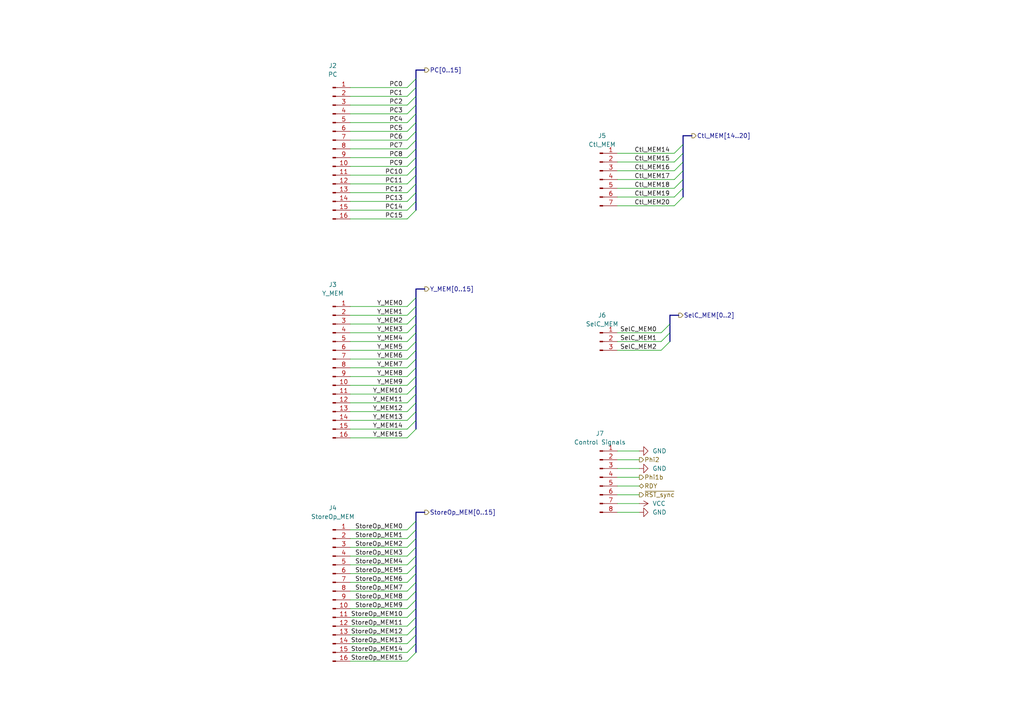
<source format=kicad_sch>
(kicad_sch (version 20211123) (generator eeschema)
  (paper "A4")
  (title_block (title "Turtle16: MEM Prototype Inputs") (date "2022-04-12") (rev "A") (comment 4 "Headers for various inputs to the prototype board"))
  (lib_symbols
    (symbol "Connector:Conn_01x03_Male" (pin_names (offset 1.016) hide)
      (property "Reference" "J" (at 0 5.08 0))
      (property "Value" "Conn_01x03_Male" (at 0 -5.08 0))
      (symbol "Conn_01x03_Male_1_1"
        (polyline (pts (xy 1.27 -2.54) (xy 0.8636 -2.54)) (stroke (width 0.1524)))
        (polyline (pts (xy 1.27 0) (xy 0.8636 0)) (stroke (width 0.1524)))
        (polyline (pts (xy 1.27 2.54) (xy 0.8636 2.54)) (stroke (width 0.1524)))
        (rectangle (start 0.8636 -2.413) (end 0 -2.667) (stroke (width 0.1524)) (fill (type outline)))
        (rectangle (start 0.8636 0.127) (end 0 -0.127) (stroke (width 0.1524)) (fill (type outline)))
        (rectangle (start 0.8636 2.667) (end 0 2.413) (stroke (width 0.1524)) (fill (type outline)))
        (pin passive line (at 5.08 2.54 180) (length 3.81) (name "Pin_1") (number "1"))
        (pin passive line (at 5.08 0 180) (length 3.81) (name "Pin_2") (number "2"))
        (pin passive line (at 5.08 -2.54 180) (length 3.81) (name "Pin_3") (number "3"))
      )
    )
    (symbol "Connector:Conn_01x07_Male" (pin_names (offset 1.016) hide)
      (property "Reference" "J" (at 0 10.16 0))
      (property "Value" "Conn_01x07_Male" (at 0 -10.16 0))
      (symbol "Conn_01x07_Male_1_1"
        (polyline (pts (xy 1.27 -7.62) (xy 0.8636 -7.62)) (stroke (width 0.1524)))
        (polyline (pts (xy 1.27 -5.08) (xy 0.8636 -5.08)) (stroke (width 0.1524)))
        (polyline (pts (xy 1.27 -2.54) (xy 0.8636 -2.54)) (stroke (width 0.1524)))
        (polyline (pts (xy 1.27 0) (xy 0.8636 0)) (stroke (width 0.1524)))
        (polyline (pts (xy 1.27 2.54) (xy 0.8636 2.54)) (stroke (width 0.1524)))
        (polyline (pts (xy 1.27 5.08) (xy 0.8636 5.08)) (stroke (width 0.1524)))
        (polyline (pts (xy 1.27 7.62) (xy 0.8636 7.62)) (stroke (width 0.1524)))
        (rectangle (start 0.8636 -7.493) (end 0 -7.747) (stroke (width 0.1524)) (fill (type outline)))
        (rectangle (start 0.8636 -4.953) (end 0 -5.207) (stroke (width 0.1524)) (fill (type outline)))
        (rectangle (start 0.8636 -2.413) (end 0 -2.667) (stroke (width 0.1524)) (fill (type outline)))
        (rectangle (start 0.8636 0.127) (end 0 -0.127) (stroke (width 0.1524)) (fill (type outline)))
        (rectangle (start 0.8636 2.667) (end 0 2.413) (stroke (width 0.1524)) (fill (type outline)))
        (rectangle (start 0.8636 5.207) (end 0 4.953) (stroke (width 0.1524)) (fill (type outline)))
        (rectangle (start 0.8636 7.747) (end 0 7.493) (stroke (width 0.1524)) (fill (type outline)))
        (pin passive line (at 5.08 7.62 180) (length 3.81) (name "Pin_1") (number "1"))
        (pin passive line (at 5.08 5.08 180) (length 3.81) (name "Pin_2") (number "2"))
        (pin passive line (at 5.08 2.54 180) (length 3.81) (name "Pin_3") (number "3"))
        (pin passive line (at 5.08 0 180) (length 3.81) (name "Pin_4") (number "4"))
        (pin passive line (at 5.08 -2.54 180) (length 3.81) (name "Pin_5") (number "5"))
        (pin passive line (at 5.08 -5.08 180) (length 3.81) (name "Pin_6") (number "6"))
        (pin passive line (at 5.08 -7.62 180) (length 3.81) (name "Pin_7") (number "7"))
      )
    )
    (symbol "Connector:Conn_01x08_Male" (pin_names (offset 1.016) hide)
      (property "Reference" "J" (at 0 10.16 0))
      (property "Value" "Conn_01x08_Male" (at 0 -12.7 0))
      (symbol "Conn_01x08_Male_1_1"
        (polyline (pts (xy 1.27 -10.16) (xy 0.8636 -10.16)) (stroke (width 0.1524)))
        (polyline (pts (xy 1.27 -7.62) (xy 0.8636 -7.62)) (stroke (width 0.1524)))
        (polyline (pts (xy 1.27 -5.08) (xy 0.8636 -5.08)) (stroke (width 0.1524)))
        (polyline (pts (xy 1.27 -2.54) (xy 0.8636 -2.54)) (stroke (width 0.1524)))
        (polyline (pts (xy 1.27 0) (xy 0.8636 0)) (stroke (width 0.1524)))
        (polyline (pts (xy 1.27 2.54) (xy 0.8636 2.54)) (stroke (width 0.1524)))
        (polyline (pts (xy 1.27 5.08) (xy 0.8636 5.08)) (stroke (width 0.1524)))
        (polyline (pts (xy 1.27 7.62) (xy 0.8636 7.62)) (stroke (width 0.1524)))
        (rectangle (start 0.8636 -10.033) (end 0 -10.287) (stroke (width 0.1524)) (fill (type outline)))
        (rectangle (start 0.8636 -7.493) (end 0 -7.747) (stroke (width 0.1524)) (fill (type outline)))
        (rectangle (start 0.8636 -4.953) (end 0 -5.207) (stroke (width 0.1524)) (fill (type outline)))
        (rectangle (start 0.8636 -2.413) (end 0 -2.667) (stroke (width 0.1524)) (fill (type outline)))
        (rectangle (start 0.8636 0.127) (end 0 -0.127) (stroke (width 0.1524)) (fill (type outline)))
        (rectangle (start 0.8636 2.667) (end 0 2.413) (stroke (width 0.1524)) (fill (type outline)))
        (rectangle (start 0.8636 5.207) (end 0 4.953) (stroke (width 0.1524)) (fill (type outline)))
        (rectangle (start 0.8636 7.747) (end 0 7.493) (stroke (width 0.1524)) (fill (type outline)))
        (pin passive line (at 5.08 7.62 180) (length 3.81) (name "Pin_1") (number "1"))
        (pin passive line (at 5.08 5.08 180) (length 3.81) (name "Pin_2") (number "2"))
        (pin passive line (at 5.08 2.54 180) (length 3.81) (name "Pin_3") (number "3"))
        (pin passive line (at 5.08 0 180) (length 3.81) (name "Pin_4") (number "4"))
        (pin passive line (at 5.08 -2.54 180) (length 3.81) (name "Pin_5") (number "5"))
        (pin passive line (at 5.08 -5.08 180) (length 3.81) (name "Pin_6") (number "6"))
        (pin passive line (at 5.08 -7.62 180) (length 3.81) (name "Pin_7") (number "7"))
        (pin passive line (at 5.08 -10.16 180) (length 3.81) (name "Pin_8") (number "8"))
      )
    )
    (symbol "Connector:Conn_01x16_Male" (pin_names (offset 1.016) hide)
      (property "Reference" "J" (at 0 20.32 0))
      (property "Value" "Conn_01x16_Male" (at 0 -22.86 0))
      (symbol "Conn_01x16_Male_1_1"
        (polyline (pts (xy 1.27 -20.32) (xy 0.8636 -20.32)) (stroke (width 0.1524)))
        (polyline (pts (xy 1.27 -17.78) (xy 0.8636 -17.78)) (stroke (width 0.1524)))
        (polyline (pts (xy 1.27 -15.24) (xy 0.8636 -15.24)) (stroke (width 0.1524)))
        (polyline (pts (xy 1.27 -12.7) (xy 0.8636 -12.7)) (stroke (width 0.1524)))
        (polyline (pts (xy 1.27 -10.16) (xy 0.8636 -10.16)) (stroke (width 0.1524)))
        (polyline (pts (xy 1.27 -7.62) (xy 0.8636 -7.62)) (stroke (width 0.1524)))
        (polyline (pts (xy 1.27 -5.08) (xy 0.8636 -5.08)) (stroke (width 0.1524)))
        (polyline (pts (xy 1.27 -2.54) (xy 0.8636 -2.54)) (stroke (width 0.1524)))
        (polyline (pts (xy 1.27 0) (xy 0.8636 0)) (stroke (width 0.1524)))
        (polyline (pts (xy 1.27 2.54) (xy 0.8636 2.54)) (stroke (width 0.1524)))
        (polyline (pts (xy 1.27 5.08) (xy 0.8636 5.08)) (stroke (width 0.1524)))
        (polyline (pts (xy 1.27 7.62) (xy 0.8636 7.62)) (stroke (width 0.1524)))
        (polyline (pts (xy 1.27 10.16) (xy 0.8636 10.16)) (stroke (width 0.1524)))
        (polyline (pts (xy 1.27 12.7) (xy 0.8636 12.7)) (stroke (width 0.1524)))
        (polyline (pts (xy 1.27 15.24) (xy 0.8636 15.24)) (stroke (width 0.1524)))
        (polyline (pts (xy 1.27 17.78) (xy 0.8636 17.78)) (stroke (width 0.1524)))
        (rectangle (start 0.8636 -20.193) (end 0 -20.447) (stroke (width 0.1524)) (fill (type outline)))
        (rectangle (start 0.8636 -17.653) (end 0 -17.907) (stroke (width 0.1524)) (fill (type outline)))
        (rectangle (start 0.8636 -15.113) (end 0 -15.367) (stroke (width 0.1524)) (fill (type outline)))
        (rectangle (start 0.8636 -12.573) (end 0 -12.827) (stroke (width 0.1524)) (fill (type outline)))
        (rectangle (start 0.8636 -10.033) (end 0 -10.287) (stroke (width 0.1524)) (fill (type outline)))
        (rectangle (start 0.8636 -7.493) (end 0 -7.747) (stroke (width 0.1524)) (fill (type outline)))
        (rectangle (start 0.8636 -4.953) (end 0 -5.207) (stroke (width 0.1524)) (fill (type outline)))
        (rectangle (start 0.8636 -2.413) (end 0 -2.667) (stroke (width 0.1524)) (fill (type outline)))
        (rectangle (start 0.8636 0.127) (end 0 -0.127) (stroke (width 0.1524)) (fill (type outline)))
        (rectangle (start 0.8636 2.667) (end 0 2.413) (stroke (width 0.1524)) (fill (type outline)))
        (rectangle (start 0.8636 5.207) (end 0 4.953) (stroke (width 0.1524)) (fill (type outline)))
        (rectangle (start 0.8636 7.747) (end 0 7.493) (stroke (width 0.1524)) (fill (type outline)))
        (rectangle (start 0.8636 10.287) (end 0 10.033) (stroke (width 0.1524)) (fill (type outline)))
        (rectangle (start 0.8636 12.827) (end 0 12.573) (stroke (width 0.1524)) (fill (type outline)))
        (rectangle (start 0.8636 15.367) (end 0 15.113) (stroke (width 0.1524)) (fill (type outline)))
        (rectangle (start 0.8636 17.907) (end 0 17.653) (stroke (width 0.1524)) (fill (type outline)))
        (pin passive line (at 5.08 17.78 180) (length 3.81) (name "Pin_1") (number "1"))
        (pin passive line (at 5.08 -5.08 180) (length 3.81) (name "Pin_10") (number "10"))
        (pin passive line (at 5.08 -7.62 180) (length 3.81) (name "Pin_11") (number "11"))
        (pin passive line (at 5.08 -10.16 180) (length 3.81) (name "Pin_12") (number "12"))
        (pin passive line (at 5.08 -12.7 180) (length 3.81) (name "Pin_13") (number "13"))
        (pin passive line (at 5.08 -15.24 180) (length 3.81) (name "Pin_14") (number "14"))
        (pin passive line (at 5.08 -17.78 180) (length 3.81) (name "Pin_15") (number "15"))
        (pin passive line (at 5.08 -20.32 180) (length 3.81) (name "Pin_16") (number "16"))
        (pin passive line (at 5.08 15.24 180) (length 3.81) (name "Pin_2") (number "2"))
        (pin passive line (at 5.08 12.7 180) (length 3.81) (name "Pin_3") (number "3"))
        (pin passive line (at 5.08 10.16 180) (length 3.81) (name "Pin_4") (number "4"))
        (pin passive line (at 5.08 7.62 180) (length 3.81) (name "Pin_5") (number "5"))
        (pin passive line (at 5.08 5.08 180) (length 3.81) (name "Pin_6") (number "6"))
        (pin passive line (at 5.08 2.54 180) (length 3.81) (name "Pin_7") (number "7"))
        (pin passive line (at 5.08 0 180) (length 3.81) (name "Pin_8") (number "8"))
        (pin passive line (at 5.08 -2.54 180) (length 3.81) (name "Pin_9") (number "9"))
      )
    )
    (symbol "power:GND" (power) (pin_names (offset 0))
      (property "Value" "GND" (at 0 -3.81 0))
      (symbol "GND_0_1"
        (polyline (pts (xy 0 0) (xy 0 -1.27) (xy 1.27 -1.27) (xy 0 -2.54) (xy -1.27 -1.27) (xy 0 -1.27)))
      )
      (symbol "GND_1_1"
        (pin power_in line (at 0 0 270) (length 0) hide (name "GND") (number "1"))
      )
    )
    (symbol "power:VCC" (power) (pin_names (offset 0))
      (property "Value" "VCC" (at 0 3.81 0))
      (symbol "VCC_0_1"
        (polyline (pts (xy -0.762 1.27) (xy 0 2.54)))
        (polyline (pts (xy 0 0) (xy 0 2.54)))
        (polyline (pts (xy 0 2.54) (xy 0.762 1.27)))
      )
      (symbol "VCC_1_1"
        (pin power_in line (at 0 0 90) (length 0) hide (name "VCC") (number "1"))
      )
    )
  )
  (bus_entry (at 120.65 38.1) (size -2.54 2.54))
  (bus_entry (at 120.65 104.14) (size -2.54 2.54))
  (bus_entry (at 120.65 22.86) (size -2.54 2.54))
  (bus_entry (at 120.65 88.9) (size -2.54 2.54))
  (bus_entry (at 120.65 114.3) (size -2.54 2.54))
  (bus_entry (at 120.65 27.94) (size -2.54 2.54))
  (bus_entry (at 120.65 106.68) (size -2.54 2.54))
  (bus_entry (at 120.65 179.07) (size -2.54 2.54))
  (bus_entry (at 198.12 46.99) (size -2.54 2.54))
  (bus_entry (at 120.65 153.67) (size -2.54 2.54))
  (bus_entry (at 120.65 55.88) (size -2.54 2.54))
  (bus_entry (at 120.65 111.76) (size -2.54 2.54))
  (bus_entry (at 120.65 176.53) (size -2.54 2.54))
  (bus_entry (at 120.65 119.38) (size -2.54 2.54))
  (bus_entry (at 120.65 25.4) (size -2.54 2.54))
  (bus_entry (at 120.65 35.56) (size -2.54 2.54))
  (bus_entry (at 120.65 173.99) (size -2.54 2.54))
  (bus_entry (at 198.12 57.15) (size -2.54 2.54))
  (bus_entry (at 120.65 91.44) (size -2.54 2.54))
  (bus_entry (at 120.65 161.29) (size -2.54 2.54))
  (bus_entry (at 120.65 86.36) (size -2.54 2.54))
  (bus_entry (at 120.65 163.83) (size -2.54 2.54))
  (bus_entry (at 120.65 156.21) (size -2.54 2.54))
  (bus_entry (at 120.65 96.52) (size -2.54 2.54))
  (bus_entry (at 198.12 52.07) (size -2.54 2.54))
  (bus_entry (at 120.65 101.6) (size -2.54 2.54))
  (bus_entry (at 120.65 166.37) (size -2.54 2.54))
  (bus_entry (at 120.65 189.23) (size -2.54 2.54))
  (bus_entry (at 120.65 50.8) (size -2.54 2.54))
  (bus_entry (at 120.65 121.92) (size -2.54 2.54))
  (bus_entry (at 194.31 93.98) (size -2.54 2.54))
  (bus_entry (at 120.65 184.15) (size -2.54 2.54))
  (bus_entry (at 120.65 53.34) (size -2.54 2.54))
  (bus_entry (at 120.65 171.45) (size -2.54 2.54))
  (bus_entry (at 120.65 60.96) (size -2.54 2.54))
  (bus_entry (at 120.65 181.61) (size -2.54 2.54))
  (bus_entry (at 194.31 96.52) (size -2.54 2.54))
  (bus_entry (at 194.31 99.06) (size -2.54 2.54))
  (bus_entry (at 120.65 124.46) (size -2.54 2.54))
  (bus_entry (at 120.65 45.72) (size -2.54 2.54))
  (bus_entry (at 120.65 93.98) (size -2.54 2.54))
  (bus_entry (at 198.12 54.61) (size -2.54 2.54))
  (bus_entry (at 120.65 58.42) (size -2.54 2.54))
  (bus_entry (at 120.65 99.06) (size -2.54 2.54))
  (bus_entry (at 198.12 41.91) (size -2.54 2.54))
  (bus_entry (at 198.12 49.53) (size -2.54 2.54))
  (bus_entry (at 120.65 109.22) (size -2.54 2.54))
  (bus_entry (at 120.65 33.02) (size -2.54 2.54))
  (bus_entry (at 120.65 168.91) (size -2.54 2.54))
  (bus_entry (at 120.65 43.18) (size -2.54 2.54))
  (bus_entry (at 120.65 186.69) (size -2.54 2.54))
  (bus_entry (at 120.65 151.13) (size -2.54 2.54))
  (bus_entry (at 198.12 44.45) (size -2.54 2.54))
  (bus_entry (at 120.65 48.26) (size -2.54 2.54))
  (bus_entry (at 120.65 40.64) (size -2.54 2.54))
  (bus_entry (at 120.65 116.84) (size -2.54 2.54))
  (bus_entry (at 120.65 158.75) (size -2.54 2.54))
  (bus_entry (at 120.65 30.48) (size -2.54 2.54))
  (bus (pts (xy 194.31 96.52) (xy 194.31 99.06)))
  (wire (pts (xy 179.07 138.43) (xy 185.42 138.43)))
  (bus (pts (xy 120.65 119.38) (xy 120.65 121.92)))
  (bus (pts (xy 120.65 88.9) (xy 120.65 91.44)))
  (wire (pts (xy 118.11 58.42) (xy 101.6 58.42)))
  (bus (pts (xy 120.65 156.21) (xy 120.65 158.75)))
  (bus (pts (xy 120.65 30.48) (xy 120.65 33.02)))
  (wire (pts (xy 191.77 101.6) (xy 179.07 101.6)))
  (wire (pts (xy 118.11 40.64) (xy 101.6 40.64)))
  (bus (pts (xy 120.65 186.69) (xy 120.65 189.23)))
  (wire (pts (xy 118.11 121.92) (xy 101.6 121.92)))
  (wire (pts (xy 118.11 116.84) (xy 101.6 116.84)))
  (wire (pts (xy 191.77 96.52) (xy 179.07 96.52)))
  (wire (pts (xy 118.11 163.83) (xy 101.6 163.83)))
  (bus (pts (xy 120.65 158.75) (xy 120.65 161.29)))
  (wire (pts (xy 195.58 49.53) (xy 179.07 49.53)))
  (bus (pts (xy 120.65 176.53) (xy 120.65 179.07)))
  (wire (pts (xy 118.11 111.76) (xy 101.6 111.76)))
  (bus (pts (xy 120.65 166.37) (xy 120.65 168.91)))
  (wire (pts (xy 118.11 189.23) (xy 101.6 189.23)))
  (bus (pts (xy 120.65 86.36) (xy 120.65 88.9)))
  (bus (pts (xy 120.65 184.15) (xy 120.65 186.69)))
  (bus (pts (xy 120.65 106.68) (xy 120.65 109.22)))
  (bus (pts (xy 120.65 25.4) (xy 120.65 27.94)))
  (bus (pts (xy 120.65 121.92) (xy 120.65 124.46)))
  (wire (pts (xy 118.11 171.45) (xy 101.6 171.45)))
  (wire (pts (xy 118.11 91.44) (xy 101.6 91.44)))
  (bus (pts (xy 120.65 181.61) (xy 120.65 184.15)))
  (wire (pts (xy 179.07 146.05) (xy 185.42 146.05)))
  (wire (pts (xy 118.11 181.61) (xy 101.6 181.61)))
  (wire (pts (xy 118.11 53.34) (xy 101.6 53.34)))
  (wire (pts (xy 118.11 186.69) (xy 101.6 186.69)))
  (wire (pts (xy 118.11 88.9) (xy 101.6 88.9)))
  (bus (pts (xy 120.65 22.86) (xy 120.65 25.4)))
  (bus (pts (xy 120.65 179.07) (xy 120.65 181.61)))
  (wire (pts (xy 118.11 38.1) (xy 101.6 38.1)))
  (wire (pts (xy 118.11 45.72) (xy 101.6 45.72)))
  (wire (pts (xy 118.11 48.26) (xy 101.6 48.26)))
  (wire (pts (xy 118.11 101.6) (xy 101.6 101.6)))
  (bus (pts (xy 120.65 104.14) (xy 120.65 106.68)))
  (bus (pts (xy 120.65 40.64) (xy 120.65 43.18)))
  (bus (pts (xy 120.65 27.94) (xy 120.65 30.48)))
  (wire (pts (xy 195.58 44.45) (xy 179.07 44.45)))
  (bus (pts (xy 194.31 91.44) (xy 194.31 93.98)))
  (wire (pts (xy 179.07 140.97) (xy 185.42 140.97)))
  (bus (pts (xy 120.65 93.98) (xy 120.65 96.52)))
  (wire (pts (xy 118.11 153.67) (xy 101.6 153.67)))
  (bus (pts (xy 120.65 53.34) (xy 120.65 55.88)))
  (bus (pts (xy 123.19 148.59) (xy 120.65 148.59)))
  (wire (pts (xy 118.11 25.4) (xy 101.6 25.4)))
  (bus (pts (xy 198.12 46.99) (xy 198.12 49.53)))
  (wire (pts (xy 195.58 52.07) (xy 179.07 52.07)))
  (bus (pts (xy 198.12 52.07) (xy 198.12 54.61)))
  (bus (pts (xy 120.65 91.44) (xy 120.65 93.98)))
  (bus (pts (xy 196.85 91.44) (xy 194.31 91.44)))
  (bus (pts (xy 120.65 43.18) (xy 120.65 45.72)))
  (wire (pts (xy 118.11 99.06) (xy 101.6 99.06)))
  (wire (pts (xy 118.11 127) (xy 101.6 127)))
  (wire (pts (xy 179.07 148.59) (xy 185.42 148.59)))
  (bus (pts (xy 120.65 111.76) (xy 120.65 114.3)))
  (bus (pts (xy 120.65 153.67) (xy 120.65 156.21)))
  (bus (pts (xy 120.65 101.6) (xy 120.65 104.14)))
  (wire (pts (xy 179.07 130.81) (xy 185.42 130.81)))
  (wire (pts (xy 195.58 46.99) (xy 179.07 46.99)))
  (bus (pts (xy 200.66 39.37) (xy 198.12 39.37)))
  (wire (pts (xy 195.58 59.69) (xy 179.07 59.69)))
  (wire (pts (xy 118.11 191.77) (xy 101.6 191.77)))
  (bus (pts (xy 120.65 96.52) (xy 120.65 99.06)))
  (wire (pts (xy 118.11 93.98) (xy 101.6 93.98)))
  (wire (pts (xy 118.11 27.94) (xy 101.6 27.94)))
  (bus (pts (xy 198.12 41.91) (xy 198.12 44.45)))
  (bus (pts (xy 120.65 45.72) (xy 120.65 48.26)))
  (bus (pts (xy 120.65 148.59) (xy 120.65 151.13)))
  (bus (pts (xy 120.65 50.8) (xy 120.65 53.34)))
  (wire (pts (xy 179.07 135.89) (xy 185.42 135.89)))
  (bus (pts (xy 120.65 151.13) (xy 120.65 153.67)))
  (wire (pts (xy 118.11 173.99) (xy 101.6 173.99)))
  (bus (pts (xy 120.65 173.99) (xy 120.65 176.53)))
  (wire (pts (xy 118.11 33.02) (xy 101.6 33.02)))
  (wire (pts (xy 118.11 55.88) (xy 101.6 55.88)))
  (bus (pts (xy 198.12 44.45) (xy 198.12 46.99)))
  (bus (pts (xy 120.65 99.06) (xy 120.65 101.6)))
  (wire (pts (xy 118.11 166.37) (xy 101.6 166.37)))
  (wire (pts (xy 118.11 184.15) (xy 101.6 184.15)))
  (bus (pts (xy 120.65 83.82) (xy 120.65 86.36)))
  (bus (pts (xy 120.65 35.56) (xy 120.65 38.1)))
  (wire (pts (xy 118.11 106.68) (xy 101.6 106.68)))
  (bus (pts (xy 198.12 39.37) (xy 198.12 41.91)))
  (wire (pts (xy 118.11 158.75) (xy 101.6 158.75)))
  (wire (pts (xy 118.11 30.48) (xy 101.6 30.48)))
  (wire (pts (xy 118.11 176.53) (xy 101.6 176.53)))
  (wire (pts (xy 118.11 109.22) (xy 101.6 109.22)))
  (wire (pts (xy 191.77 99.06) (xy 179.07 99.06)))
  (bus (pts (xy 120.65 33.02) (xy 120.65 35.56)))
  (wire (pts (xy 118.11 35.56) (xy 101.6 35.56)))
  (bus (pts (xy 120.65 109.22) (xy 120.65 111.76)))
  (wire (pts (xy 118.11 156.21) (xy 101.6 156.21)))
  (bus (pts (xy 123.19 83.82) (xy 120.65 83.82)))
  (wire (pts (xy 118.11 50.8) (xy 101.6 50.8)))
  (wire (pts (xy 118.11 124.46) (xy 101.6 124.46)))
  (bus (pts (xy 120.65 38.1) (xy 120.65 40.64)))
  (wire (pts (xy 195.58 57.15) (xy 179.07 57.15)))
  (wire (pts (xy 118.11 43.18) (xy 101.6 43.18)))
  (wire (pts (xy 118.11 104.14) (xy 101.6 104.14)))
  (bus (pts (xy 120.65 163.83) (xy 120.65 166.37)))
  (bus (pts (xy 198.12 49.53) (xy 198.12 52.07)))
  (bus (pts (xy 194.31 93.98) (xy 194.31 96.52)))
  (wire (pts (xy 118.11 96.52) (xy 101.6 96.52)))
  (wire (pts (xy 179.07 143.51) (xy 185.42 143.51)))
  (bus (pts (xy 120.65 20.32) (xy 120.65 22.86)))
  (wire (pts (xy 118.11 179.07) (xy 101.6 179.07)))
  (wire (pts (xy 118.11 114.3) (xy 101.6 114.3)))
  (wire (pts (xy 118.11 60.96) (xy 101.6 60.96)))
  (wire (pts (xy 195.58 54.61) (xy 179.07 54.61)))
  (bus (pts (xy 120.65 58.42) (xy 120.65 60.96)))
  (bus (pts (xy 120.65 114.3) (xy 120.65 116.84)))
  (bus (pts (xy 120.65 48.26) (xy 120.65 50.8)))
  (wire (pts (xy 179.07 133.35) (xy 185.42 133.35)))
  (bus (pts (xy 120.65 116.84) (xy 120.65 119.38)))
  (bus (pts (xy 123.19 20.32) (xy 120.65 20.32)))
  (wire (pts (xy 118.11 63.5) (xy 101.6 63.5)))
  (bus (pts (xy 198.12 54.61) (xy 198.12 57.15)))
  (bus (pts (xy 120.65 171.45) (xy 120.65 173.99)))
  (wire (pts (xy 118.11 119.38) (xy 101.6 119.38)))
  (bus (pts (xy 120.65 161.29) (xy 120.65 163.83)))
  (wire (pts (xy 118.11 161.29) (xy 101.6 161.29)))
  (wire (pts (xy 118.11 168.91) (xy 101.6 168.91)))
  (bus (pts (xy 120.65 168.91) (xy 120.65 171.45)))
  (bus (pts (xy 120.65 55.88) (xy 120.65 58.42)))
  (label "Y_MEM10" (at 116.84 114.3 180))
  (label "Ctl_MEM14" (at 194.31 44.45 180))
  (label "SelC_MEM1" (at 190.5 99.06 180))
  (label "PC7" (at 116.84 43.18 180))
  (label "StoreOp_MEM2" (at 116.84 158.75 180))
  (label "StoreOp_MEM1" (at 116.84 156.21 180))
  (label "Y_MEM8" (at 116.84 109.22 180))
  (label "StoreOp_MEM12" (at 116.84 184.15 180))
  (label "StoreOp_MEM8" (at 116.84 173.99 180))
  (label "Y_MEM2" (at 116.84 93.98 180))
  (label "Y_MEM12" (at 116.84 119.38 180))
  (label "Y_MEM5" (at 116.84 101.6 180))
  (label "Ctl_MEM16" (at 194.31 49.53 180))
  (label "PC1" (at 116.84 27.94 180))
  (label "PC4" (at 116.84 35.56 180))
  (label "PC8" (at 116.84 45.72 180))
  (label "StoreOp_MEM15" (at 116.84 191.77 180))
  (label "Ctl_MEM17" (at 194.31 52.07 180))
  (label "Y_MEM3" (at 116.84 96.52 180))
  (label "Y_MEM7" (at 116.84 106.68 180))
  (label "StoreOp_MEM11" (at 116.84 181.61 180))
  (label "Y_MEM9" (at 116.84 111.76 180))
  (label "PC14" (at 116.84 60.96 180))
  (label "SelC_MEM0" (at 190.5 96.52 180))
  (label "Y_MEM13" (at 116.84 121.92 180))
  (label "PC15" (at 116.84 63.5 180))
  (label "StoreOp_MEM9" (at 116.84 176.53 180))
  (label "PC10" (at 116.84 50.8 180))
  (label "StoreOp_MEM4" (at 116.84 163.83 180))
  (label "Ctl_MEM18" (at 194.31 54.61 180))
  (label "Y_MEM4" (at 116.84 99.06 180))
  (label "PC6" (at 116.84 40.64 180))
  (label "SelC_MEM2" (at 190.5 101.6 180))
  (label "PC9" (at 116.84 48.26 180))
  (label "Ctl_MEM19" (at 194.31 57.15 180))
  (label "Y_MEM15" (at 116.84 127 180))
  (label "StoreOp_MEM10" (at 116.84 179.07 180))
  (label "Y_MEM6" (at 116.84 104.14 180))
  (label "Y_MEM14" (at 116.84 124.46 180))
  (label "StoreOp_MEM3" (at 116.84 161.29 180))
  (label "PC3" (at 116.84 33.02 180))
  (label "Y_MEM11" (at 116.84 116.84 180))
  (label "Ctl_MEM15" (at 194.31 46.99 180))
  (label "Ctl_MEM20" (at 194.31 59.69 180))
  (label "StoreOp_MEM6" (at 116.84 168.91 180))
  (label "StoreOp_MEM7" (at 116.84 171.45 180))
  (label "StoreOp_MEM13" (at 116.84 186.69 180))
  (label "PC11" (at 116.84 53.34 180))
  (label "Y_MEM1" (at 116.84 91.44 180))
  (label "PC0" (at 116.84 25.4 180))
  (label "StoreOp_MEM0" (at 116.84 153.67 180))
  (label "PC13" (at 116.84 58.42 180))
  (label "PC5" (at 116.84 38.1 180))
  (label "PC2" (at 116.84 30.48 180))
  (label "StoreOp_MEM5" (at 116.84 166.37 180))
  (label "Y_MEM0" (at 116.84 88.9 180))
  (label "PC12" (at 116.84 55.88 180))
  (label "StoreOp_MEM14" (at 116.84 189.23 180))
  (hierarchical_label "RDY" (shape tri_state) (at 185.42 140.97 0))
  (hierarchical_label "StoreOp_MEM[0..15]" (shape output) (at 123.19 148.59 0))
  (hierarchical_label "Y_MEM[0..15]" (shape output) (at 123.19 83.82 0))
  (hierarchical_label "Phi2" (shape output) (at 185.42 133.35 0))
  (hierarchical_label "Phi1b" (shape output) (at 185.42 138.43 0))
  (hierarchical_label "PC[0..15]" (shape output) (at 123.19 20.32 0))
  (hierarchical_label "~{RST_sync}" (shape output) (at 185.42 143.51 0))
  (hierarchical_label "SelC_MEM[0..2]" (shape output) (at 196.85 91.44 0))
  (hierarchical_label "Ctl_MEM[14..20]" (shape output) (at 200.66 39.37 0))
  (symbol (lib_id "Connector:Conn_01x03_Male") (at 173.99 99.06 0) (unit 1)
    (property "Reference" "J6" (at 174.625 91.44 0))
    (property "Value" "SelC_MEM" (at 174.625 93.98 0))
    (property "Footprint" "Connector_PinHeader_2.54mm:PinHeader_1x03_P2.54mm_Vertical" (effects hide))
  )
  (symbol (lib_id "power:GND") (at 185.42 135.89 90) (unit 1)
    (property "Reference" "#PWR0142" (effects hide))
    (property "Value" "GND" (at 189.23 135.8899 90) (effects (justify right)))
  )
  (symbol (lib_id "power:GND") (at 185.42 148.59 90) (unit 1)
    (property "Reference" "#PWR0144" (effects hide))
    (property "Value" "GND" (at 189.23 148.5899 90) (effects (justify right)))
  )
  (symbol (lib_id "Connector:Conn_01x16_Male") (at 96.52 106.68 0) (unit 1)
    (property "Reference" "J3" (at 96.52 82.55 0))
    (property "Value" "Y_MEM" (at 96.52 85.09 0))
    (property "Footprint" "Connector_PinHeader_2.54mm:PinHeader_1x16_P2.54mm_Vertical" (effects hide))
  )
  (symbol (lib_id "power:VCC") (at 185.42 146.05 270) (unit 1)
    (property "Reference" "#PWR0143" (effects hide))
    (property "Value" "VCC" (at 189.23 146.0501 90) (effects (justify left)))
  )
  (symbol (lib_id "power:GND") (at 185.42 130.81 90) (unit 1)
    (property "Reference" "#PWR0141" (effects hide))
    (property "Value" "GND" (at 189.23 130.8099 90) (effects (justify right)))
  )
  (symbol (lib_id "Connector:Conn_01x08_Male") (at 173.99 138.43 0) (unit 1)
    (property "Reference" "J7" (at 173.99 125.73 0))
    (property "Value" "Control Signals" (at 173.99 128.27 0))
    (property "Footprint" "Connector_PinHeader_2.54mm:PinHeader_1x08_P2.54mm_Vertical" (effects hide))
  )
  (symbol (lib_id "Connector:Conn_01x16_Male") (at 96.52 171.45 0) (unit 1)
    (property "Reference" "J4" (at 96.52 147.32 0))
    (property "Value" "StoreOp_MEM" (at 96.52 149.86 0))
    (property "Footprint" "Connector_PinHeader_2.54mm:PinHeader_1x16_P2.54mm_Vertical" (effects hide))
  )
  (symbol (lib_id "Connector:Conn_01x16_Male") (at 96.52 43.18 0) (unit 1)
    (property "Reference" "J2" (at 96.52 19.05 0))
    (property "Value" "PC" (at 96.52 21.59 0))
    (property "Footprint" "Connector_PinHeader_2.54mm:PinHeader_1x16_P2.54mm_Vertical" (effects hide))
  )
  (symbol (lib_id "Connector:Conn_01x07_Male") (at 173.99 52.07 0) (unit 1)
    (property "Reference" "J5" (at 174.625 39.37 0))
    (property "Value" "Ctl_MEM" (at 174.625 41.91 0))
    (property "Footprint" "Connector_PinHeader_2.54mm:PinHeader_1x07_P2.54mm_Vertical" (effects hide))
  )
)
</source>
